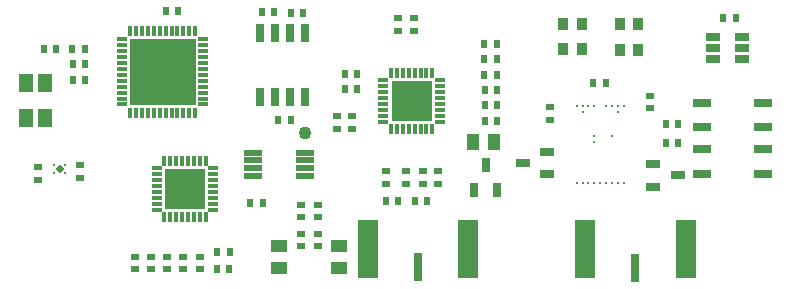
<source format=gtp>
G04*
G04 #@! TF.GenerationSoftware,Altium Limited,Altium Designer,20.2.5 (213)*
G04*
G04 Layer_Color=8421504*
%FSLAX42Y42*%
%MOMM*%
G71*
G04*
G04 #@! TF.SameCoordinates,0AE3A023-6BB7-4A84-8F3F-E2DF2112AB30*
G04*
G04*
G04 #@! TF.FilePolarity,Positive*
G04*
G01*
G75*
%ADD24R,1.20X0.75*%
%ADD25R,1.30X0.70*%
%ADD26R,1.50X0.55*%
%ADD27R,0.75X1.63*%
%ADD28R,0.35X0.95*%
%ADD29R,0.95X0.35*%
%ADD30R,5.60X5.60*%
%ADD31R,0.91X0.40*%
%ADD32R,0.40X0.91*%
%ADD33R,3.35X3.35*%
%ADD34R,0.95X1.05*%
%ADD35R,1.20X1.50*%
%ADD36R,1.55X0.80*%
%ADD37C,0.30*%
%ADD38R,1.70X5.00*%
%ADD39R,0.80X2.45*%
%ADD40R,0.70X0.60*%
%ADD41R,0.60X0.70*%
%ADD42R,0.75X1.20*%
%ADD43R,3.35X3.35*%
%ADD44R,1.35X1.00*%
%ADD45R,1.00X1.35*%
%ADD46R,0.24X0.21*%
%ADD47P,0.82X4X270.0*%
%ADD48C,1.10*%
D24*
X5440Y1009D02*
D03*
Y816D02*
D03*
X5650Y912D02*
D03*
X4338Y1016D02*
D03*
X4547Y1112D02*
D03*
Y920D02*
D03*
D25*
X5945Y1895D02*
D03*
Y1990D02*
D03*
Y2085D02*
D03*
X6195D02*
D03*
Y1990D02*
D03*
Y1895D02*
D03*
D26*
X2058Y1102D02*
D03*
Y1038D02*
D03*
Y973D02*
D03*
Y907D02*
D03*
X2498D02*
D03*
Y973D02*
D03*
Y1038D02*
D03*
Y1102D02*
D03*
D27*
X2493Y1574D02*
D03*
X2366D02*
D03*
X2239D02*
D03*
X2112D02*
D03*
Y2116D02*
D03*
X2239D02*
D03*
X2366D02*
D03*
X2493D02*
D03*
D28*
X1015Y1443D02*
D03*
X1065D02*
D03*
X1115D02*
D03*
X1165D02*
D03*
X1215D02*
D03*
X1265D02*
D03*
X1315D02*
D03*
X1365D02*
D03*
X1415D02*
D03*
X1465D02*
D03*
X1515D02*
D03*
X1565D02*
D03*
Y2133D02*
D03*
X1515D02*
D03*
X1465D02*
D03*
X1415D02*
D03*
X1365D02*
D03*
X1315D02*
D03*
X1265D02*
D03*
X1215D02*
D03*
X1165D02*
D03*
X1115D02*
D03*
X1065D02*
D03*
X1015D02*
D03*
D29*
X1635Y1512D02*
D03*
Y1562D02*
D03*
Y1612D02*
D03*
Y1662D02*
D03*
Y1712D02*
D03*
Y1762D02*
D03*
Y1812D02*
D03*
Y1862D02*
D03*
Y1912D02*
D03*
Y1962D02*
D03*
Y2012D02*
D03*
Y2062D02*
D03*
X945D02*
D03*
Y2012D02*
D03*
Y1962D02*
D03*
Y1912D02*
D03*
Y1862D02*
D03*
Y1812D02*
D03*
Y1762D02*
D03*
Y1712D02*
D03*
Y1662D02*
D03*
Y1612D02*
D03*
Y1562D02*
D03*
Y1512D02*
D03*
D30*
X1290Y1788D02*
D03*
D31*
X1716Y620D02*
D03*
Y671D02*
D03*
Y719D02*
D03*
Y770D02*
D03*
Y820D02*
D03*
Y871D02*
D03*
Y919D02*
D03*
Y970D02*
D03*
X1239D02*
D03*
Y919D02*
D03*
Y871D02*
D03*
Y820D02*
D03*
Y770D02*
D03*
Y719D02*
D03*
Y671D02*
D03*
Y620D02*
D03*
X3159Y1367D02*
D03*
Y1418D02*
D03*
Y1466D02*
D03*
Y1517D02*
D03*
Y1568D02*
D03*
Y1619D02*
D03*
Y1667D02*
D03*
Y1718D02*
D03*
X3636D02*
D03*
Y1667D02*
D03*
Y1619D02*
D03*
Y1568D02*
D03*
Y1517D02*
D03*
Y1466D02*
D03*
Y1418D02*
D03*
Y1367D02*
D03*
D32*
X1653Y1034D02*
D03*
X1602D02*
D03*
X1554D02*
D03*
X1503D02*
D03*
X1452D02*
D03*
X1401D02*
D03*
X1353D02*
D03*
X1302D02*
D03*
Y556D02*
D03*
X1353D02*
D03*
X1401D02*
D03*
X1452D02*
D03*
X1503D02*
D03*
X1554D02*
D03*
X1602D02*
D03*
X1653D02*
D03*
X3222Y1781D02*
D03*
X3273D02*
D03*
X3321D02*
D03*
X3372D02*
D03*
X3423D02*
D03*
X3474D02*
D03*
X3522D02*
D03*
X3573D02*
D03*
Y1304D02*
D03*
X3522D02*
D03*
X3474D02*
D03*
X3423D02*
D03*
X3372D02*
D03*
X3321D02*
D03*
X3273D02*
D03*
X3222D02*
D03*
D33*
X1477Y795D02*
D03*
D34*
X5158Y2190D02*
D03*
X5318D02*
D03*
X5158Y1973D02*
D03*
X5318D02*
D03*
X4680Y2190D02*
D03*
X4840D02*
D03*
X4678Y1980D02*
D03*
X4838D02*
D03*
D35*
X132Y1394D02*
D03*
X292D02*
D03*
X132Y1694D02*
D03*
X292D02*
D03*
D36*
X5857Y1132D02*
D03*
Y927D02*
D03*
X6372Y1132D02*
D03*
Y927D02*
D03*
X5857Y1522D02*
D03*
Y1317D02*
D03*
X6372Y1522D02*
D03*
Y1317D02*
D03*
D37*
X5195Y845D02*
D03*
X5145D02*
D03*
X5095D02*
D03*
X5045D02*
D03*
X4995D02*
D03*
X4945D02*
D03*
X4895D02*
D03*
X4845D02*
D03*
X4795D02*
D03*
X4945Y1195D02*
D03*
X5095Y1245D02*
D03*
X4945D02*
D03*
X5145Y1445D02*
D03*
X4845D02*
D03*
X5195Y1495D02*
D03*
X5145D02*
D03*
X5095D02*
D03*
X5045D02*
D03*
X4945D02*
D03*
X4895D02*
D03*
X4845D02*
D03*
X4795D02*
D03*
D38*
X3027Y292D02*
D03*
X3878D02*
D03*
X4867Y288D02*
D03*
X5717D02*
D03*
D39*
X3453Y135D02*
D03*
X5292Y130D02*
D03*
D40*
X233Y875D02*
D03*
Y980D02*
D03*
X593Y995D02*
D03*
Y890D02*
D03*
X1325Y117D02*
D03*
Y222D02*
D03*
X1190Y118D02*
D03*
Y222D02*
D03*
X1055Y117D02*
D03*
Y222D02*
D03*
X2895Y1412D02*
D03*
Y1307D02*
D03*
X2765D02*
D03*
Y1412D02*
D03*
X1602Y223D02*
D03*
Y118D02*
D03*
X2602Y418D02*
D03*
Y313D02*
D03*
X2460Y417D02*
D03*
Y312D02*
D03*
X3353Y945D02*
D03*
Y840D02*
D03*
X3490Y945D02*
D03*
Y840D02*
D03*
X3620Y945D02*
D03*
Y840D02*
D03*
X5418Y1585D02*
D03*
Y1480D02*
D03*
X4572Y1383D02*
D03*
Y1488D02*
D03*
X3280Y2240D02*
D03*
Y2135D02*
D03*
X3420Y2240D02*
D03*
Y2135D02*
D03*
X1460Y118D02*
D03*
Y222D02*
D03*
X3183Y945D02*
D03*
Y840D02*
D03*
X2602Y555D02*
D03*
Y660D02*
D03*
X2462Y555D02*
D03*
Y660D02*
D03*
D41*
X6035Y2243D02*
D03*
X6140D02*
D03*
X2130Y2292D02*
D03*
X2235D02*
D03*
X3282Y690D02*
D03*
X3177D02*
D03*
X3425Y693D02*
D03*
X3530D02*
D03*
X2138Y675D02*
D03*
X2033D02*
D03*
X5040Y1693D02*
D03*
X4935D02*
D03*
X4120Y1505D02*
D03*
X4015D02*
D03*
X4120Y1375D02*
D03*
X4015D02*
D03*
X2833Y1773D02*
D03*
X2938D02*
D03*
X2833Y1642D02*
D03*
X2937D02*
D03*
X4015Y1635D02*
D03*
X4120D02*
D03*
X4117Y1765D02*
D03*
X4012D02*
D03*
X4117Y1895D02*
D03*
X4012D02*
D03*
X285Y1985D02*
D03*
X390D02*
D03*
X525Y1983D02*
D03*
X630D02*
D03*
X528Y1715D02*
D03*
X633D02*
D03*
X1315Y2305D02*
D03*
X1420D02*
D03*
X528Y1853D02*
D03*
X633D02*
D03*
X2375Y2290D02*
D03*
X2480D02*
D03*
X2270Y1380D02*
D03*
X2375D02*
D03*
X1752Y265D02*
D03*
X1857D02*
D03*
X1748Y117D02*
D03*
X1852D02*
D03*
X5552Y1182D02*
D03*
X5657D02*
D03*
X5550Y1350D02*
D03*
X5655D02*
D03*
X4117Y2025D02*
D03*
X4012D02*
D03*
D42*
X4025Y995D02*
D03*
X4121Y785D02*
D03*
X3929D02*
D03*
D43*
X3397Y1543D02*
D03*
D44*
X2780Y130D02*
D03*
Y310D02*
D03*
X2275Y130D02*
D03*
Y310D02*
D03*
D45*
X4097Y1193D02*
D03*
X3917D02*
D03*
D46*
X465Y930D02*
D03*
Y995D02*
D03*
X370D02*
D03*
X370Y930D02*
D03*
D47*
X418Y962D02*
D03*
D48*
X2498Y1270D02*
D03*
M02*

</source>
